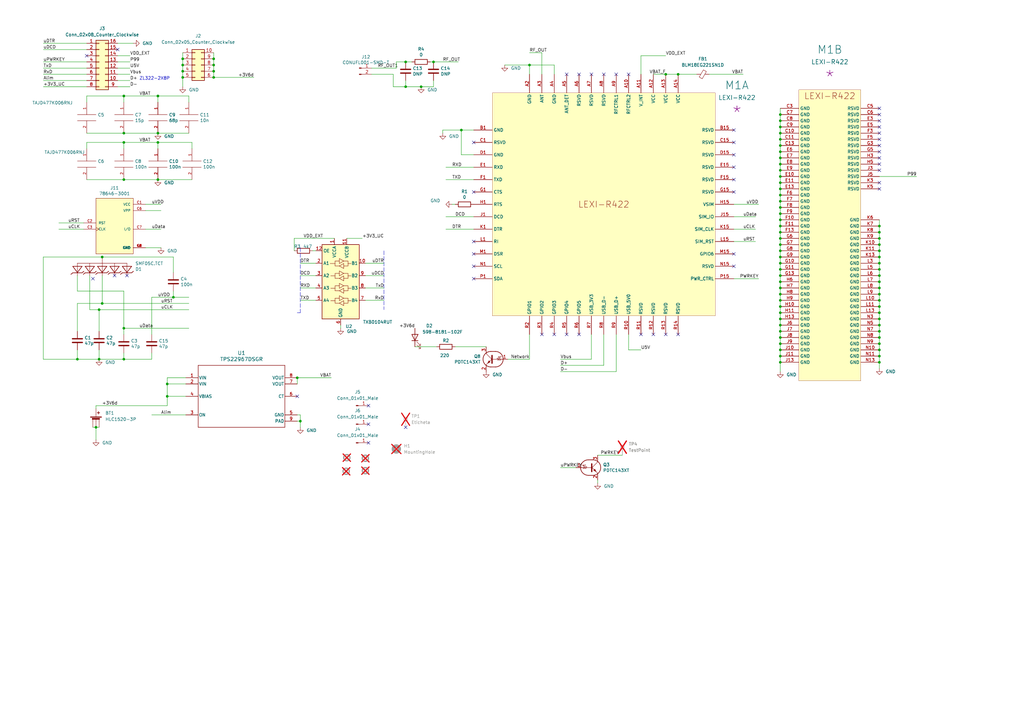
<source format=kicad_sch>
(kicad_sch (version 20231120) (generator "eeschema") (generator_version "8.0")
  (paper "A3")
  (title_block (title "Modem BG95") (rev "4.0") (company "Delta Electronics SRL"))
  (junction (at 320.04 69.85))
  (junction (at 87.63 26.67))
  (junction (at 320.04 123.19))
  (junction (at 68.58 162.56))
  (junction (at 74.93 24.13))
  (junction (at 320.04 87.63))
  (junction (at 320.04 90.17))
  (junction (at 360.68 130.81))
  (junction (at 166.37 25.4))
  (junction (at 64.77 58.42))
  (junction (at 320.04 146.05))
  (junction (at 121.92 154.94))
  (junction (at 273.05 30.48))
  (junction (at 360.68 107.95))
  (junction (at 360.68 100.33))
  (junction (at 41.91 124.46))
  (junction (at 189.23 53.34))
  (junction (at 320.04 140.97))
  (junction (at 320.04 100.33))
  (junction (at 320.04 130.81))
  (junction (at 320.04 135.89))
  (junction (at 50.8 147.32))
  (junction (at 360.68 128.27))
  (junction (at 74.93 29.21))
  (junction (at 68.58 157.48))
  (junction (at 64.77 73.66))
  (junction (at 320.04 46.99))
  (junction (at 360.68 95.25))
  (junction (at 320.04 64.77))
  (junction (at 360.68 140.97))
  (junction (at 320.04 82.55))
  (junction (at 50.8 54.61))
  (junction (at 360.68 113.03))
  (junction (at 123.19 172.72))
  (junction (at 320.04 49.53))
  (junction (at 71.12 121.92))
  (junction (at 41.91 105.41))
  (junction (at 320.04 105.41))
  (junction (at 360.68 102.87))
  (junction (at 320.04 54.61))
  (junction (at 50.8 58.42))
  (junction (at 360.68 148.59))
  (junction (at 177.8 25.4))
  (junction (at 320.04 118.11))
  (junction (at 50.8 73.66))
  (junction (at 320.04 85.09))
  (junction (at 360.68 125.73))
  (junction (at 320.04 57.15))
  (junction (at 74.93 31.75))
  (junction (at 320.04 128.27))
  (junction (at 31.75 147.32))
  (junction (at 320.04 115.57))
  (junction (at 320.04 97.79))
  (junction (at 360.68 110.49))
  (junction (at 172.72 35.56))
  (junction (at 217.17 26.67))
  (junction (at 360.68 135.89))
  (junction (at 320.04 80.01))
  (junction (at 320.04 92.71))
  (junction (at 360.68 118.11))
  (junction (at 87.63 29.21))
  (junction (at 360.68 133.35))
  (junction (at 278.13 30.48))
  (junction (at 87.63 24.13))
  (junction (at 320.04 95.25))
  (junction (at 360.68 115.57))
  (junction (at 320.04 133.35))
  (junction (at 360.68 120.65))
  (junction (at 320.04 59.69))
  (junction (at 320.04 125.73))
  (junction (at 320.04 120.65))
  (junction (at 50.8 39.37))
  (junction (at 360.68 123.19))
  (junction (at 50.8 134.62))
  (junction (at 39.37 175.26))
  (junction (at 64.77 39.37))
  (junction (at 64.77 54.61))
  (junction (at 320.04 113.03))
  (junction (at 40.64 147.32))
  (junction (at 320.04 62.23))
  (junction (at 360.68 97.79))
  (junction (at 360.68 92.71))
  (junction (at 360.68 143.51))
  (junction (at 320.04 52.07))
  (junction (at 320.04 143.51))
  (junction (at 320.04 77.47))
  (junction (at 320.04 148.59))
  (junction (at 320.04 72.39))
  (junction (at 166.37 35.56))
  (junction (at 40.64 127))
  (junction (at 360.68 146.05))
  (junction (at 320.04 102.87))
  (junction (at 360.68 138.43))
  (junction (at 320.04 74.93))
  (junction (at 74.93 26.67))
  (junction (at 320.04 67.31))
  (junction (at 360.68 105.41))
  (junction (at 320.04 138.43))
  (junction (at 87.63 31.75))
  (junction (at 320.04 110.49))
  (junction (at 320.04 107.95))
  (no_connect (at 151.13 181.61))
  (no_connect (at 52.07 113.03))
  (no_connect (at 35.56 22.86))
  (no_connect (at 300.99 58.42))
  (no_connect (at 194.31 78.74))
  (no_connect (at 360.68 67.31))
  (no_connect (at 151.13 166.37))
  (no_connect (at 262.89 137.16))
  (no_connect (at 48.26 20.32))
  (no_connect (at 222.25 137.16))
  (no_connect (at 252.73 30.48))
  (no_connect (at 194.31 104.14))
  (no_connect (at 300.99 63.5))
  (no_connect (at 360.68 54.61))
  (no_connect (at 237.49 30.48))
  (no_connect (at 121.92 162.56))
  (no_connect (at 360.68 49.53))
  (no_connect (at 194.31 58.42))
  (no_connect (at 242.57 30.48))
  (no_connect (at 300.99 73.66))
  (no_connect (at 273.05 137.16))
  (no_connect (at 360.68 44.45))
  (no_connect (at 166.37 175.26))
  (no_connect (at 360.68 77.47))
  (no_connect (at 46.99 113.03))
  (no_connect (at 300.99 68.58))
  (no_connect (at 257.81 30.48))
  (no_connect (at 360.68 62.23))
  (no_connect (at 300.99 104.14))
  (no_connect (at 232.41 30.48))
  (no_connect (at 278.13 137.16))
  (no_connect (at 300.99 109.22))
  (no_connect (at 360.68 57.15))
  (no_connect (at 360.68 74.93))
  (no_connect (at 267.97 137.16))
  (no_connect (at 360.68 69.85))
  (no_connect (at 38.1 114.3))
  (no_connect (at 194.31 109.22))
  (no_connect (at 227.33 137.16))
  (no_connect (at 300.99 53.34))
  (no_connect (at 360.68 64.77))
  (no_connect (at 247.65 30.48))
  (no_connect (at 360.68 46.99))
  (no_connect (at 360.68 52.07))
  (no_connect (at 194.31 99.06))
  (no_connect (at 360.68 59.69))
  (no_connect (at 237.49 137.16))
  (no_connect (at 300.99 78.74))
  (no_connect (at 194.31 114.3))
  (no_connect (at 232.41 137.16))
  (no_connect (at 151.13 173.99))
  (wire (pts (xy 189.23 53.34) (xy 194.31 53.34)))
  (wire (pts (xy 68.58 157.48) (xy 76.2 157.48)))
  (wire (pts (xy 320.04 115.57) (xy 320.04 118.11)))
  (wire (pts (xy 17.78 27.94) (xy 35.56 27.94)))
  (wire (pts (xy 36.83 113.03) (xy 36.83 127)))
  (wire (pts (xy 320.04 80.01) (xy 320.04 82.55)))
  (wire (pts (xy 48.26 35.56) (xy 53.34 35.56)))
  (wire (pts (xy 162.56 25.4) (xy 162.56 27.94)))
  (wire (pts (xy 360.68 113.03) (xy 360.68 115.57)))
  (wire (pts (xy 320.04 140.97) (xy 320.04 143.51)))
  (wire (pts (xy 229.87 152.4) (xy 252.73 152.4)))
  (wire (pts (xy 320.04 52.07) (xy 320.04 54.61)))
  (wire (pts (xy 320.04 146.05) (xy 320.04 148.59)))
  (wire (pts (xy 121.92 154.94) (xy 135.89 154.94)))
  (wire (pts (xy 172.72 35.56) (xy 177.8 35.56)))
  (wire (pts (xy 360.68 92.71) (xy 360.68 95.25)))
  (wire (pts (xy 245.11 196.85) (xy 245.11 198.12)))
  (wire (pts (xy 35.56 58.42) (xy 50.8 58.42)))
  (wire (pts (xy 157.48 107.95) (xy 149.86 107.95)))
  (wire (pts (xy 68.58 157.48) (xy 68.58 154.94)))
  (wire (pts (xy 360.68 123.19) (xy 360.68 125.73)))
  (wire (pts (xy 320.04 64.77) (xy 320.04 67.31)))
  (wire (pts (xy 177.8 33.02) (xy 177.8 35.56)))
  (wire (pts (xy 40.64 143.51) (xy 40.64 147.32)))
  (wire (pts (xy 360.68 107.95) (xy 360.68 110.49)))
  (wire (pts (xy 50.8 39.37) (xy 64.77 39.37)))
  (wire (pts (xy 229.87 149.86) (xy 247.65 149.86)))
  (wire (pts (xy 222.25 30.48) (xy 222.25 21.59)))
  (wire (pts (xy 31.75 147.32) (xy 40.64 147.32)))
  (wire (pts (xy 300.99 99.06) (xy 309.88 99.06)))
  (wire (pts (xy 360.68 72.39) (xy 375.92 72.39)))
  (wire (pts (xy 121.92 172.72) (xy 123.19 172.72)))
  (wire (pts (xy 17.78 147.32) (xy 31.75 147.32)))
  (wire (pts (xy 31.75 143.51) (xy 31.75 147.32)))
  (wire (pts (xy 120.65 97.79) (xy 120.65 102.87)))
  (wire (pts (xy 194.31 93.98) (xy 182.88 93.98)))
  (wire (pts (xy 62.23 137.16) (xy 62.23 121.92)))
  (wire (pts (xy 161.29 35.56) (xy 166.37 35.56)))
  (wire (pts (xy 68.58 154.94) (xy 76.2 154.94)))
  (wire (pts (xy 87.63 24.13) (xy 87.63 26.67)))
  (wire (pts (xy 59.69 86.36) (xy 66.04 86.36)))
  (wire (pts (xy 257.81 137.16) (xy 257.81 143.51)))
  (wire (pts (xy 320.04 54.61) (xy 320.04 57.15)))
  (wire (pts (xy 40.64 127) (xy 77.47 127)))
  (wire (pts (xy 39.37 166.37) (xy 68.58 166.37)))
  (wire (pts (xy 320.04 130.81) (xy 320.04 133.35)))
  (wire (pts (xy 17.78 25.4) (xy 35.56 25.4)))
  (wire (pts (xy 129.54 113.03) (xy 123.19 113.03)))
  (wire (pts (xy 50.8 41.91) (xy 50.8 39.37)))
  (wire (pts (xy 35.56 54.61) (xy 50.8 54.61)))
  (wire (pts (xy 181.61 53.34) (xy 189.23 53.34)))
  (wire (pts (xy 71.12 121.92) (xy 77.47 121.92)))
  (wire (pts (xy 217.17 26.67) (xy 217.17 30.48)))
  (wire (pts (xy 48.26 22.86) (xy 53.34 22.86)))
  (wire (pts (xy 320.04 133.35) (xy 320.04 135.89)))
  (wire (pts (xy 320.04 128.27) (xy 320.04 130.81)))
  (wire (pts (xy 121.92 154.94) (xy 121.92 157.48)))
  (wire (pts (xy 39.37 180.34) (xy 39.37 175.26)))
  (wire (pts (xy 31.75 124.46) (xy 31.75 135.89)))
  (wire (pts (xy 290.83 30.48) (xy 304.8 30.48)))
  (wire (pts (xy 217.17 137.16) (xy 217.17 147.32)))
  (wire (pts (xy 123.19 175.26) (xy 123.19 172.72)))
  (wire (pts (xy 87.63 21.59) (xy 87.63 24.13)))
  (wire (pts (xy 320.04 46.99) (xy 320.04 49.53)))
  (wire (pts (xy 320.04 49.53) (xy 320.04 52.07)))
  (wire (pts (xy 320.04 44.45) (xy 320.04 46.99)))
  (wire (pts (xy 320.04 143.51) (xy 320.04 146.05)))
  (wire (pts (xy 185.42 83.82) (xy 186.69 83.82)))
  (wire (pts (xy 227.33 30.48) (xy 227.33 26.67)))
  (wire (pts (xy 360.68 130.81) (xy 360.68 133.35)))
  (wire (pts (xy 64.77 58.42) (xy 78.74 58.42)))
  (wire (pts (xy 77.47 39.37) (xy 77.47 41.91)))
  (wire (pts (xy 252.73 152.4) (xy 252.73 137.16)))
  (wire (pts (xy 229.87 147.32) (xy 242.57 147.32)))
  (wire (pts (xy 320.04 148.59) (xy 320.04 152.4)))
  (wire (pts (xy 17.78 30.48) (xy 35.56 30.48)))
  (wire (pts (xy 320.04 95.25) (xy 320.04 97.79)))
  (wire (pts (xy 76.2 170.18) (xy 62.23 170.18)))
  (polyline (pts (xy 157.48 102.87) (xy 157.48 127)) (stroke (width 0) (type dash)))
  (wire (pts (xy 35.56 60.96) (xy 35.56 58.42)))
  (wire (pts (xy 59.69 93.98) (xy 66.04 93.98)))
  (wire (pts (xy 35.56 39.37) (xy 50.8 39.37)))
  (wire (pts (xy 35.56 73.66) (xy 50.8 73.66)))
  (wire (pts (xy 123.19 172.72) (xy 123.19 170.18)))
  (wire (pts (xy 320.04 97.79) (xy 320.04 100.33)))
  (wire (pts (xy 48.26 25.4) (xy 53.34 25.4)))
  (wire (pts (xy 217.17 26.67) (xy 207.01 26.67)))
  (wire (pts (xy 360.68 120.65) (xy 360.68 123.19)))
  (wire (pts (xy 194.31 88.9) (xy 182.88 88.9)))
  (wire (pts (xy 273.05 30.48) (xy 278.13 30.48)))
  (wire (pts (xy 189.23 53.34) (xy 189.23 63.5)))
  (wire (pts (xy 320.04 57.15) (xy 320.04 59.69)))
  (wire (pts (xy 139.7 133.35) (xy 139.7 134.62)))
  (wire (pts (xy 50.8 134.62) (xy 77.47 134.62)))
  (wire (pts (xy 48.26 30.48) (xy 53.34 30.48)))
  (wire (pts (xy 320.04 100.33) (xy 320.04 102.87)))
  (wire (pts (xy 320.04 74.93) (xy 320.04 77.47)))
  (wire (pts (xy 217.17 21.59) (xy 222.25 21.59)))
  (wire (pts (xy 262.89 22.86) (xy 273.05 22.86)))
  (wire (pts (xy 300.99 93.98) (xy 309.88 93.98)))
  (wire (pts (xy 360.68 110.49) (xy 360.68 113.03)))
  (wire (pts (xy 267.97 30.48) (xy 273.05 30.48)))
  (wire (pts (xy 35.56 20.32) (xy 17.78 20.32)))
  (wire (pts (xy 123.19 170.18) (xy 121.92 170.18)))
  (wire (pts (xy 62.23 121.92) (xy 71.12 121.92)))
  (wire (pts (xy 320.04 85.09) (xy 320.04 87.63)))
  (wire (pts (xy 320.04 125.73) (xy 320.04 128.27)))
  (wire (pts (xy 320.04 138.43) (xy 320.04 140.97)))
  (wire (pts (xy 320.04 123.19) (xy 320.04 125.73)))
  (wire (pts (xy 360.68 115.57) (xy 360.68 118.11)))
  (wire (pts (xy 123.19 107.95) (xy 129.54 107.95)))
  (wire (pts (xy 189.23 63.5) (xy 194.31 63.5)))
  (wire (pts (xy 257.81 143.51) (xy 262.89 143.51)))
  (wire (pts (xy 166.37 35.56) (xy 172.72 35.56)))
  (wire (pts (xy 64.77 41.91) (xy 64.77 39.37)))
  (wire (pts (xy 242.57 137.16) (xy 242.57 147.32)))
  (wire (pts (xy 41.91 113.03) (xy 41.91 124.46)))
  (wire (pts (xy 64.77 60.96) (xy 64.77 58.42)))
  (wire (pts (xy 39.37 175.26) (xy 40.64 175.26)))
  (wire (pts (xy 360.68 90.17) (xy 360.68 92.71)))
  (wire (pts (xy 17.78 147.32) (xy 17.78 105.41)))
  (wire (pts (xy 87.63 29.21) (xy 87.63 31.75)))
  (wire (pts (xy 87.63 31.75) (xy 104.14 31.75)))
  (wire (pts (xy 177.8 25.4) (xy 187.96 25.4)))
  (wire (pts (xy 129.54 118.11) (xy 123.19 118.11)))
  (wire (pts (xy 34.29 93.98) (xy 24.13 93.98)))
  (wire (pts (xy 236.22 191.77) (xy 229.87 191.77)))
  (wire (pts (xy 50.8 147.32) (xy 62.23 147.32)))
  (wire (pts (xy 40.64 127) (xy 40.64 135.89)))
  (wire (pts (xy 34.29 91.44) (xy 24.13 91.44)))
  (wire (pts (xy 157.48 118.11) (xy 149.86 118.11)))
  (wire (pts (xy 170.18 142.24) (xy 179.07 142.24)))
  (wire (pts (xy 360.68 148.59) (xy 360.68 151.13)))
  (wire (pts (xy 152.4 30.48) (xy 161.29 30.48)))
  (wire (pts (xy 50.8 60.96) (xy 50.8 58.42)))
  (wire (pts (xy 452.12 196.85) (xy 461.01 196.85)))
  (wire (pts (xy 360.68 143.51) (xy 360.68 146.05)))
  (wire (pts (xy 64.77 39.37) (xy 77.47 39.37)))
  (wire (pts (xy 320.04 67.31) (xy 320.04 69.85)))
  (wire (pts (xy 162.56 27.94) (xy 152.4 27.94)))
  (wire (pts (xy 360.68 128.27) (xy 360.68 130.81)))
  (wire (pts (xy 452.12 194.31) (xy 461.01 194.31)))
  (wire (pts (xy 320.04 77.47) (xy 320.04 80.01)))
  (wire (pts (xy 247.65 149.86) (xy 247.65 137.16)))
  (wire (pts (xy 161.29 30.48) (xy 161.29 35.56)))
  (wire (pts (xy 360.68 105.41) (xy 360.68 107.95)))
  (wire (pts (xy 17.78 105.41) (xy 41.91 105.41)))
  (wire (pts (xy 166.37 25.4) (xy 168.91 25.4)))
  (wire (pts (xy 71.12 119.38) (xy 71.12 121.92)))
  (wire (pts (xy 320.04 110.49) (xy 320.04 113.03)))
  (wire (pts (xy 68.58 162.56) (xy 68.58 157.48)))
  (wire (pts (xy 320.04 107.95) (xy 320.04 110.49)))
  (wire (pts (xy 360.68 133.35) (xy 360.68 135.89)))
  (wire (pts (xy 31.75 119.38) (xy 50.8 119.38)))
  (wire (pts (xy 320.04 72.39) (xy 320.04 74.93)))
  (wire (pts (xy 360.68 95.25) (xy 360.68 97.79)))
  (wire (pts (xy 50.8 58.42) (xy 64.77 58.42)))
  (wire (pts (xy 311.15 114.3) (xy 300.99 114.3)))
  (wire (pts (xy 320.04 92.71) (xy 320.04 95.25)))
  (wire (pts (xy 300.99 83.82) (xy 311.15 83.82)))
  (wire (pts (xy 227.33 26.67) (xy 217.17 26.67)))
  (wire (pts (xy 64.77 73.66) (xy 78.74 73.66)))
  (wire (pts (xy 278.13 30.48) (xy 285.75 30.48)))
  (wire (pts (xy 360.68 118.11) (xy 360.68 120.65)))
  (wire (pts (xy 166.37 25.4) (xy 162.56 25.4)))
  (wire (pts (xy 320.04 105.41) (xy 320.04 107.95)))
  (wire (pts (xy 360.68 138.43) (xy 360.68 140.97)))
  (wire (pts (xy 78.74 58.42) (xy 78.74 60.96)))
  (wire (pts (xy 50.8 54.61) (xy 64.77 54.61)))
  (wire (pts (xy 129.54 123.19) (xy 123.19 123.19)))
  (wire (pts (xy 40.64 127) (xy 36.83 127)))
  (wire (pts (xy 320.04 82.55) (xy 320.04 85.09)))
  (wire (pts (xy 320.04 113.03) (xy 320.04 115.57)))
  (wire (pts (xy 62.23 147.32) (xy 62.23 144.78)))
  (wire (pts (xy 320.04 102.87) (xy 320.04 105.41)))
  (wire (pts (xy 77.47 124.46) (xy 41.91 124.46)))
  (wire (pts (xy 59.69 101.6) (xy 66.04 101.6)))
  (wire (pts (xy 176.53 25.4) (xy 177.8 25.4)))
  (wire (pts (xy 48.26 17.78) (xy 54.61 17.78)))
  (wire (pts (xy 74.93 21.59) (xy 74.93 24.13)))
  (wire (pts (xy 157.48 113.03) (xy 149.86 113.03)))
  (wire (pts (xy 320.04 120.65) (xy 320.04 123.19)))
  (wire (pts (xy 48.26 33.02) (xy 53.34 33.02)))
  (wire (pts (xy 48.26 27.94) (xy 53.34 27.94)))
  (wire (pts (xy 74.93 31.75) (xy 74.93 35.56)))
  (wire (pts (xy 59.69 83.82) (xy 66.04 83.82)))
  (wire (pts (xy 50.8 73.66) (xy 64.77 73.66)))
  (wire (pts (xy 74.93 24.13) (xy 74.93 26.67)))
  (wire (pts (xy 74.93 29.21) (xy 74.93 31.75)))
  (wire (pts (xy 194.31 68.58) (xy 182.88 68.58)))
  (wire (pts (xy 128.27 102.87) (xy 129.54 102.87)))
  (wire (pts (xy 87.63 26.67) (xy 87.63 29.21)))
  (wire (pts (xy 245.11 186.69) (xy 255.27 186.69)))
  (wire (pts (xy 181.61 54.61) (xy 181.61 53.34)))
  (wire (pts (xy 41.91 124.46) (xy 31.75 124.46)))
  (wire (pts (xy 41.91 105.41) (xy 71.12 105.41)))
  (wire (pts (xy 194.31 73.66) (xy 182.88 73.66)))
  (wire (pts (xy 64.77 54.61) (xy 77.47 54.61)))
  (wire (pts (xy 320.04 62.23) (xy 320.04 64.77)))
  (wire (pts (xy 360.68 102.87) (xy 360.68 105.41)))
  (wire (pts (xy 68.58 162.56) (xy 76.2 162.56)))
  (wire (pts (xy 360.68 140.97) (xy 360.68 143.51)))
  (wire (pts (xy 320.04 87.63) (xy 320.04 90.17)))
  (wire (pts (xy 320.04 90.17) (xy 320.04 92.71)))
  (wire (pts (xy 199.39 142.24) (xy 186.69 142.24)))
  (wire (pts (xy 217.17 147.32) (xy 208.28 147.32)))
  (wire (pts (xy 31.75 113.03) (xy 31.75 119.38)))
  (wire (pts (xy 157.48 123.19) (xy 149.86 123.19)))
  (wire (pts (xy 50.8 119.38) (xy 50.8 134.62)))
  (wire (pts (xy 360.68 146.05) (xy 360.68 148.59)))
  (polyline (pts (xy 121.92 128.27) (xy 123.19 128.27)) (stroke (width 0) (type dash)))
  (wire (pts (xy 262.89 30.48) (xy 262.89 22.86)))
  (wire (pts (xy 120.65 97.79) (xy 137.16 97.79)))
  (wire (pts (xy 360.68 135.89) (xy 360.68 138.43)))
  (wire (pts (xy 360.68 125.73) (xy 360.68 128.27)))
  (wire (pts (xy 40.64 147.32) (xy 50.8 147.32)))
  (wire (pts (xy 71.12 105.41) (xy 71.12 111.76)))
  (wire (pts (xy 360.68 97.79) (xy 360.68 100.33)))
  (wire (pts (xy 166.37 35.56) (xy 166.37 33.02)))
  (wire (pts (xy 50.8 144.78) (xy 50.8 147.32)))
  (wire (pts (xy 38.1 175.26) (xy 39.37 175.26)))
  (wire (pts (xy 320.04 59.69) (xy 320.04 62.23)))
  (wire (pts (xy 68.58 166.37) (xy 68.58 162.56)))
  (polyline (pts (xy 123.19 101.6) (xy 123.19 128.27)) (stroke (width 0) (type dash)))
  (wire (pts (xy 17.78 33.02) (xy 35.56 33.02)))
  (wire (pts (xy 360.68 100.33) (xy 360.68 102.87)))
  (wire (pts (xy 39.37 166.37) (xy 39.37 167.64)))
  (wire (pts (xy 50.8 134.62) (xy 50.8 137.16)))
  (wire (pts (xy 320.04 118.11) (xy 320.04 120.65)))
  (wire (pts (xy 300.99 88.9) (xy 309.88 88.9)))
  (wire (pts (xy 142.24 97.79) (xy 148.59 97.79)))
  (wire (pts (xy 320.04 135.89) (xy 320.04 138.43)))
  (wire (pts (xy 35.56 41.91) (xy 35.56 39.37)))
  (wire (pts (xy 74.93 26.67) (xy 74.93 29.21)))
  (wire (pts (xy 35.56 35.56) (xy 17.78 35.56)))
  (wire (pts (xy 35.56 17.78) (xy 17.78 17.78)))
  (wire (pts (xy 320.04 69.85) (xy 320.04 72.39)))
  (text "ZL322-2X8P" (at 57.15 33.02 0) (effects (font (size 1.27 1.27)) (justify left bottom)))
  (label "uDCD" (at 17.78 20.32 0))
  (label "VBAT" (at 57.15 39.37 0))
  (label "D+" (at 53.34 33.02 0))
  (label "+3V6d" (at 104.14 31.75 180))
  (label "VDD_EXT" (at 124.46 97.79 0))
  (label "U5V" (at 262.89 143.51 0))
  (label "TXD" (at 185.42 73.66 0))
  (label "+3V3_UC" (at 148.59 97.79 0))
  (label "DCD" (at 123.19 113.03 0))
  (label "RF_OUT" (at 217.17 21.59 0))
  (label "PWRKEY" (at 254 186.69 180))
  (label "uData" (at 62.23 93.98 0))
  (label "uDTR" (at 157.48 107.95 180))
  (label "uVDD" (at 62.23 83.82 0))
  (label "uVDD" (at 306.07 83.82 0))
  (label "VBAT" (at 304.8 30.48 180))
  (label "T" (at 452.12 196.85 0))
  (label "D-" (at 53.34 35.56 0))
  (label "PWRKEY" (at 311.15 114.3 180))
  (label "VBAT" (at 57.15 58.42 0))
  (label "uRST" (at 304.8 99.06 0))
  (label "Vbus" (at 229.87 147.32 0))
  (label "uDCD" (at 157.48 113.03 180))
  (label "Alim" (at 66.04 170.18 0))
  (label "RxD" (at 157.48 123.19 180))
  (label "DTR" (at 123.19 107.95 0))
  (label "+3V3_UC" (at 17.78 35.56 0))
  (label "Alim" (at 17.78 33.02 0))
  (label "DCD" (at 186.69 88.9 0))
  (label "D+" (at 229.87 149.86 0))
  (label "Vbus" (at 53.34 30.48 0))
  (label "U5V" (at 53.34 27.94 0))
  (label "uPWRKEY" (at 17.78 25.4 0))
  (label "R" (at 452.12 194.31 0))
  (label "RXD" (at 185.42 68.58 0))
  (label "VBAT" (at 135.89 154.94 180))
  (label "uCLK" (at 27.94 93.98 0))
  (label "RxD" (at 17.78 30.48 0))
  (label "RF_OUT1" (at 154.94 27.94 0))
  (label "Network" (at 209.55 147.32 0))
  (label "uVDD" (at 64.77 121.92 0))
  (label "DTR" (at 185.42 93.98 0))
  (label "uRST" (at 27.94 91.44 0))
  (label "uPWRKEY" (at 229.87 191.77 0))
  (label "+3V6d" (at 48.26 166.37 180))
  (label "VBAT_F" (at 273.05 30.48 180))
  (label "uRST" (at 66.04 124.46 0))
  (label "uCLK" (at 304.8 93.98 0))
  (label "+3V6d" (at 170.18 134.62 180))
  (label "VDD_EXT" (at 273.05 22.86 0))
  (label "D-" (at 229.87 152.4 0))
  (label "VDD_EXT" (at 53.34 22.86 0))
  (label "uData" (at 57.15 134.62 0))
  (label "RXD" (at 123.19 118.11 0))
  (label "RF_OUT" (at 181.61 25.4 0))
  (label "TxD" (at 17.78 27.94 0))
  (label "TxD" (at 157.48 118.11 180))
  (label "uData" (at 304.8 88.9 0))
  (label "uDTR" (at 17.78 17.78 0))
  (label "P99" (at 53.34 25.4 0))
  (label "uCLK" (at 66.04 127 0))
  (label "TXD" (at 123.19 123.19 0))
  (label "P99" (at 375.92 72.39 180))
  (symbol (lib_id "Transistor_BJT:DTC143T") (at 201.93 147.32 0) (mirror y) (unit 1)
    (property "Reference" "Q8" (at 197.1548 146.1516 0) (effects (justify left)))
    (property "Value" "PDTC143XT" (at 197.1548 148.463 0) (effects (justify left)))
    (property "Footprint" "Package_TO_SOT_SMD:SOT-23" (effects (hide yes)))
    (property "VTPN" "4500-00010-00" (effects (hide yes)))
  )
  (symbol (lib_id "SMF05C:SMF05C") (at 44.45 110.49 180) (unit 1)
    (property "Reference" "D1" (at 55.4736 110.3884 0) (effects (justify right)))
    (property "Value" "SMF05C.TCT" (at 55.4736 108.077 0) (effects (justify right)))
    (property "Footprint" "Diode_SMD:SC70-6" (effects (hide yes)))
    (property "VTPN" "4724-00010-00" (effects (hide yes)))
  )
  (symbol (lib_id "Device:C") (at 31.75 139.7 0) (unit 1)
    (property "Reference" "C1" (at 34.671 138.5316 0) (effects (justify left)))
    (property "Value" "47p" (at 34.671 140.843 0) (effects (justify left)))
    (property "Footprint" "Capacitor_SMD:C_0603_1608Metric" (effects (hide yes)))
    (property "VTPN" "4106-00080-00" (effects (hide yes)))
  )
  (symbol (lib_id "Device:C") (at 40.64 139.7 0) (unit 1)
    (property "Reference" "C2" (at 43.561 138.5316 0) (effects (justify left)))
    (property "Value" "47p" (at 43.561 140.843 0) (effects (justify left)))
    (property "Footprint" "Capacitor_SMD:C_0603_1608Metric" (effects (hide yes)))
    (property "VTPN" "4106-00080-00" (effects (hide yes)))
  )
  (symbol (lib_id "Device:C") (at 50.8 140.97 0) (unit 1)
    (property "Reference" "C3" (at 53.721 139.8016 0) (effects (justify left)))
    (property "Value" "47p" (at 53.721 142.113 0) (effects (justify left)))
    (property "Footprint" "Capacitor_SMD:C_0603_1608Metric" (effects (hide yes)))
    (property "VTPN" "4106-00080-00" (effects (hide yes)))
  )
  (symbol (lib_id "Device:C") (at 71.12 115.57 0) (unit 1)
    (property "Reference" "C4" (at 74.041 114.4016 0) (effects (justify left)))
    (property "Value" "100n" (at 74.041 116.713 0) (effects (justify left)))
    (property "Footprint" "Capacitor_SMD:C_0603_1608Metric" (effects (hide yes)))
    (property "VTPN" "4106-00020-00" (effects (hide yes)))
  )
  (symbol (lib_id "pspice:CAP") (at 35.56 48.26 0) (unit 1)
    (property "Reference" "C5" (at 40.0812 47.0916 0) (effects (justify left)))
    (property "Value" "TAJD477K006RNJ" (at 13.208 42.164 0) (effects (justify left)))
    (property "Footprint" "Capacitor_Tantalum_SMD:CP_EIA-7361-38_AVX-V_Pad2.18x3.30mm_HandSolder" (effects (hide yes)))
    (property "VTPN" "4128-00100-00" (effects (hide yes)))
  )
  (symbol (lib_id "pspice:CAP") (at 50.8 48.26 0) (unit 1)
    (property "Reference" "C7" (at 55.3212 47.0916 0) (effects (justify left)))
    (property "Value" "15p" (at 55.3212 49.403 0) (effects (justify left)))
    (property "Footprint" "Capacitor_SMD:C_0603_1608Metric" (effects (hide yes)))
    (property "VTPN" "4106-00070-00" (effects (hide yes)))
  )
  (symbol (lib_id "pspice:CAP") (at 64.77 48.26 0) (unit 1)
    (property "Reference" "C9" (at 69.2912 47.0916 0) (effects (justify left)))
    (property "Value" "68p" (at 69.2912 49.403 0) (effects (justify left)))
    (property "Footprint" "Capacitor_SMD:C_0603_1608Metric" (effects (hide yes)))
    (property "VTPN" "4106-00060-00" (effects (hide yes)))
  )
  (symbol (lib_id "pspice:CAP") (at 77.47 48.26 0) (unit 1)
    (property "Reference" "C11" (at 81.9912 47.0916 0) (effects (justify left)))
    (property "Value" "10n" (at 81.9912 49.403 0) (effects (justify left)))
    (property "Footprint" "Capacitor_SMD:C_0603_1608Metric" (effects (hide yes)))
    (property "VTPN" "4106-00015-00" (effects (hide yes)))
  )
  (symbol (lib_id "pspice:CAP") (at 35.56 67.31 0) (unit 1)
    (property "Reference" "C6" (at 40.0812 66.1416 0) (effects (justify left)))
    (property "Value" "TAJD477K006RNJ" (at 18.1864 62.4332 0) (effects (justify left)))
    (property "Footprint" "Capacitor_Tantalum_SMD:CP_EIA-7361-38_AVX-V_Pad2.18x3.30mm_HandSolder" (effects (hide yes)))
    (property "VTPN" "4128-00100-00" (effects (hide yes)))
  )
  (symbol (lib_id "pspice:CAP") (at 50.8 67.31 0) (unit 1)
    (property "Reference" "C8" (at 55.3212 66.1416 0) (effects (justify left)))
    (property "Value" "100n" (at 55.3212 68.453 0) (effects (justify left)))
    (property "Footprint" "Capacitor_SMD:C_0603_1608Metric" (effects (hide yes)))
    (property "VTPN" "4106-00020-00" (effects (hide yes)))
  )
  (symbol (lib_id "pspice:CAP") (at 64.77 67.31 0) (unit 1)
    (property "Reference" "C10" (at 69.2912 66.1416 0) (effects (justify left)))
    (property "Value" "100n" (at 69.2912 68.453 0) (effects (justify left)))
    (property "Footprint" "Capacitor_SMD:C_0603_1608Metric" (effects (hide yes)))
    (property "VTPN" "4106-00020-00" (effects (hide yes)))
  )
  (symbol (lib_id "pspice:CAP") (at 78.74 67.31 0) (unit 1)
    (property "Reference" "C12" (at 83.2612 66.1416 0) (effects (justify left)))
    (property "Value" "100n" (at 83.2612 68.453 0) (effects (justify left)))
    (property "Footprint" "Capacitor_SMD:C_0603_1608Metric" (effects (hide yes)))
    (property "VTPN" "4106-00020-00" (effects (hide yes)))
  )
  (symbol (lib_id "Connector:Conn_01x02_Male") (at 147.32 27.94 0) (unit 1)
    (property "Reference" "J12" (at 150.0632 23.3426 0))
    (property "Value" "CONUFL001-SMD-T" (at 150.0632 25.654 0))
    (property "Footprint" "Connector_Coaxial:U.FL_Molex_MCRF_73412-0110_Vertical" (effects (hide yes)))
    (property "VTPN" "4416-00010-00" (effects (hide yes)))
  )
  (symbol (lib_id "SimSocketMolex:78646-3001") (at 46.99 91.44 0) (unit 1)
    (property "Reference" "J11" (at 46.99 77.089 0))
    (property "Value" "78646-3001" (at 46.99 79.4004 0))
    (property "Footprint" "Connector_Molex:MOLEX_78646-3001" (effects (hide yes)))
    (property "DESCRIPTION" "Conn Micro SIM Card SKT 6 POS 2.54mm Solder RA SMD 0.5A/Contact Embossed T/R" (effects (hide yes)))
    (property "PACKAGE" "None" (effects (hide yes)))
    (property "MF" "Molex" (effects (hide yes)))
    (property "DIGI-KEY_PART_NUMBER" "WM9364CT-ND" (effects (hide yes)))
    (property "DIGI-KEY_PURCHASE_URL" "https://www.digikey.in/product-detail/en/molex/0786463001/WM9364CT-ND/3770350?utm_source=snapeda&utm_medium=aggregator&utm_campaign=symbol" (effects (hide yes)))
    (property "MP" "78646-3001" (effects (hide yes)))
    (property "VTPN" "4414-00020-00" (effects (hide yes)))
  )
  (symbol (lib_id "Device:C") (at 62.23 140.97 0) (unit 1)
    (property "Reference" "C15" (at 65.151 139.8016 0) (effects (justify left)))
    (property "Value" "47p" (at 65.151 142.113 0) (effects (justify left)))
    (property "Footprint" "Capacitor_SMD:C_0603_1608Metric" (effects (hide yes)))
    (property "VTPN" "4106-00080-00" (effects (hide yes)))
  )
  (symbol (lib_id "Regulator_SwitchedCapacitor:TPS22967DSGR") (at 99.06 162.56 0) (unit 1)
    (property "Reference" "U1" (at 99.06 144.78 0) (effects (font (size 1.524 1.524))))
    (property "Value" "TPS22967DSGR" (at 99.06 147.32 0) (effects (font (size 1.524 1.524))))
    (property "Footprint" "Package_SON:WSON-8-1EP_2x2mm_P0.5mm_EP0.9x1.6mm_ThermalVias" (effects (hide yes)))
    (property "Datasheet" "TPS22967DSGR" (effects (hide yes)))
    (property "VTPN" "4702-01010-00" (effects (hide yes)))
  )
  (symbol (lib_id "Device:LED") (at 170.18 138.43 90) (unit 1)
    (property "Reference" "D2" (at 174.752 133.604 90) (effects (justify right)))
    (property "Value" "598-8181-102F" (at 173.228 136.144 90) (effects (justify right)))
    (property "Footprint" "LED_SMD:LED_0805_2012Metric" (effects (hide yes)))
    (property "Description" "Light emitting diode" (effects (hide yes)))
    (property "VTPN" "4752-01010-00" (effects (hide yes)))
  )
  (symbol (lib_id "Device:R") (at 190.5 83.82 90) (unit 1)
    (property "Reference" "R1" (at 190.5 78.5622 90))
    (property "Value" "0" (at 190.5 80.8736 90))
    (property "Footprint" "Resistor_SMD:R_0603_1608Metric" (effects (hide yes)))
    (property "VTPN" "4006-00001-00" (effects (hide yes)))
  )
  (symbol (lib_id "Device:R") (at 182.88 142.24 90) (unit 1)
    (property "Reference" "R2" (at 182.88 139.7 90))
    (property "Value" "220" (at 182.372 145.796 90))
    (property "Footprint" "Resistor_SMD:R_0603_1608Metric" (effects (hide yes)))
    (property "VTPN" "4006-00020-00" (effects (hide yes)))
  )
  (symbol (lib_id "power:GND") (at 139.7 134.62 0) (mirror y) (unit 1)
    (property "Reference" "#PWR013" (effects (hide yes)))
    (property "Value" "GND" (at 142.24 135.8899 0) (effects (justify right)))
  )
  (symbol (lib_id "Lexi:LEXI-R422") (at 327.66 36.83 0) (unit 2)
    (property "Reference" "M1" (at 340.36 20.32 0) (effects (font (size 3.2766 3.2766))))
    (property "Value" "LEXI-R422" (at 340.36 25.4 0) (effects (font (size 1.8288 1.8288))))
    (property "Footprint" "ublox:LEXI" (effects (hide yes)))
    (property "Description" "u-blox LEXI-R422 modules, a complete and cost-efficient solution offering multi-band LTE-M / NB-IoT / EGPRS data transmissions for low power wide area solutions in the ultra-compact LEXI form factor." (effects (hide yes)))
    (property "Manufacturer P/N" "*" (at 340.36 31.75 0) (effects (font (size 5.4864 5.4864))))
    (property "VTPN" "4716-00020-00" (effects (hide yes)))
  )
  (symbol (lib_id "power:GND") (at 172.72 35.56 0) (mirror y) (unit 1)
    (property "Reference" "#PWR010" (effects (hide yes)))
    (property "Value" "GND" (at 175.26 36.8299 0) (effects (justify right)))
  )
  (symbol (lib_id "power:GND") (at 40.64 147.32 0) (mirror y) (unit 1)
    (property "Reference" "#PWR08" (effects (hide yes)))
    (property "Value" "GND" (at 43.18 148.5899 0) (effects (justify right)))
  )
  (symbol (lib_id "Device:FerriteBead_Small") (at 288.29 30.48 90) (unit 1)
    (property "Reference" "FB1" (at 288.2519 24.13 90))
    (property "Value" "BLM18EG221SN1D" (at 288.2519 26.67 90))
    (property "Footprint" "Inductor_SMD:L_Walsin_WLFM201209x" (effects (hide yes)))
    (property "Description" "Ferrite bead, small symbol" (effects (hide yes)))
    (property "VTPN" "4300-01010-00" (effects (hide yes)))
  )
  (symbol (lib_id "Device:R") (at 124.46 102.87 90) (unit 1)
    (property "Reference" "R3" (at 123.2916 101.092 90) (effects (justify left)))
    (property "Value" "4k7" (at 128.016 101.092 90) (effects (justify left)))
    (property "Footprint" "Resistor_SMD:R_0603_1608Metric" (effects (hide yes)))
    (property "VTPN" "4006-00150-00" (effects (hide yes)))
  )
  (symbol (lib_id "power:GND") (at 207.01 26.67 0) (mirror y) (unit 1)
    (property "Reference" "#PWR06" (effects (hide yes)))
    (property "Value" "GND" (at 209.55 27.9399 0) (effects (justify right)))
  )
  (symbol (lib_id "Mechanical:Fiducial") (at 149.86 193.04 0) (unit 1) (dnp yes)
    (property "Reference" "FID4" (effects (hide yes)))
    (property "Value" "Fiducial" (effects (hide yes)))
    (property "Footprint" "Fiducial:Fiducial_1mm_Mask2mm" (effects (hide yes)))
    (property "VTPN" "4000-00000-00" (effects (hide yes)))
  )
  (symbol (lib_id "Device:R") (at 172.72 25.4 90) (unit 1)
    (property "Reference" "R4" (at 172.72 20.1422 90))
    (property "Value" "0" (at 172.72 22.4536 90))
    (property "Footprint" "Resistor_SMD:R_0603_1608Metric" (effects (hide yes)))
    (property "VTPN" "4006-00001-00" (effects (hide yes)))
  )
  (symbol (lib_id "Connector:Conn_01x01_Male") (at 146.05 173.99 0) (unit 1)
    (property "Reference" "J6" (at 146.685 168.402 0))
    (property "Value" "Conn_01x01_Male" (at 146.685 170.942 0))
    (property "Footprint" "TestPoint:TestPoint_Pad_5.1x5.1mm" (effects (hide yes)))
    (property "VTPN" "4753-00010-00" (effects (hide yes)))
  )
  (symbol (lib_id "Transistor_BJT:DTC143T") (at 242.57 191.77 0) (unit 1)
    (property "Reference" "Q3" (at 247.3452 190.6016 0) (effects (justify left)))
    (property "Value" "PDTC143XT" (at 247.3452 192.913 0) (effects (justify left)))
    (property "Footprint" "Package_TO_SOT_SMD:SOT-23" (effects (hide yes)))
    (property "VTPN" "4500-00010-00" (effects (hide yes)))
  )
  (symbol (lib_id "Mechanical:Fiducial") (at 141.986 193.294 0) (unit 1) (dnp yes)
    (property "Reference" "FID1" (effects (hide yes)))
    (property "Value" "Fiducial" (effects (hide yes)))
    (property "Footprint" "Fiducial:Fiducial_1mm_Mask2mm" (effects (hide yes)))
    (property "VTPN" "4000-00000-00" (effects (hide yes)))
  )
  (symbol (lib_id "Mechanical:Fiducial") (at 142.24 187.706 0) (unit 1) (dnp yes)
    (property "Reference" "FID2" (effects (hide yes)))
    (property "Value" "Fiducial" (effects (hide yes)))
    (property "Footprint" "Fiducial:Fiducial_1mm_Mask2mm" (effects (hide yes)))
    (property "VTPN" "4000-00000-00" (effects (hide yes)))
  )
  (symbol (lib_id "Lexi:LEXI-R422") (at 201.93 38.1 0) (unit 1)
    (property "Reference" "M1" (at 302.26 34.9564 0) (effects (font (size 3.2766 3.2766))))
    (property "Value" "LEXI-R422" (at 302.26 40.0364 0) (effects (font (size 1.8288 1.8288))))
    (property "Footprint" "ublox:LEXI" (effects (hide yes)))
    (property "Description" "u-blox LEXI-R422 modules, a complete and cost-efficient solution offering multi-band LTE-M / NB-IoT / EGPRS data transmissions for low power wide area solutions in the ultra-compact LEXI form factor." (effects (hide yes)))
    (property "Manufacturer P/N" "*" (at 302.26 46.3865 0) (effects (font (size 5.4864 5.4864))))
    (property "VTPN" "4716-00020-00" (effects (hide yes)))
  )
  (symbol (lib_id "power:GND") (at 181.61 54.61 0) (mirror y) (unit 1)
    (property "Reference" "#PWR05" (effects (hide yes)))
    (property "Value" "GND" (at 184.15 55.8799 0) (effects (justify right)))
  )
  (symbol (lib_id "power:GND") (at 54.61 17.78 90) (mirror x) (unit 1)
    (property "Reference" "#PWR02" (effects (hide yes)))
    (property "Value" "GND" (at 58.42 17.7799 90) (effects (justify right)))
  )
  (symbol (lib_id "power:GND") (at 64.77 73.66 0) (mirror y) (unit 1)
    (property "Reference" "#PWR015" (effects (hide yes)))
    (property "Value" "GND" (at 67.31 74.9299 0) (effects (justify right)))
  )
  (symbol (lib_id "Connector_Generic:Conn_02x05_Counter_Clockwise") (at 80.01 26.67 0) (unit 1)
    (property "Reference" "J2" (at 81.28 14.732 0))
    (property "Value" "Conn_02x05_Counter_Clockwise" (at 81.28 17.272 0))
    (property "Footprint" "Connector_PinHeader_2.54mm:PinHeader_2x05_P2.54mm_Vertical_SMD_MOD" (effects (hide yes)))
    (property "VTPN" "4402-00020-00" (effects (hide yes)))
  )
  (symbol (lib_id "Connector:Conn_01x01_Male") (at 146.05 181.61 0) (unit 1)
    (property "Reference" "J4" (at 146.685 176.022 0))
    (property "Value" "Conn_01x01_Male" (at 146.685 178.562 0))
    (property "Footprint" "TestPoint:TestPoint_Pad_5.1x5.1mm" (effects (hide yes)))
    (property "VTPN" "4753-00010-00" (effects (hide yes)))
  )
  (symbol (lib_id "Device:C") (at 166.37 29.21 0) (unit 1)
    (property "Reference" "C13" (at 169.291 28.0416 0) (effects (justify left)))
    (property "Value" "DNP" (at 169.291 30.353 0) (effects (justify left)))
    (property "Footprint" "Capacitor_SMD:C_0603_1608Metric" (effects (hide yes)))
    (property "VTPN" "4106-00000-00" (effects (hide yes)))
  )
  (symbol (lib_id "power:GND") (at 320.04 152.4 0) (mirror y) (unit 1)
    (property "Reference" "#PWR03" (effects (hide yes)))
    (property "Value" "GND" (at 322.58 153.6699 0) (effects (justify right)))
  )
  (symbol (lib_id "Mechanical:MountingHole") (at 162.56 184.15 0) (unit 1) (dnp yes)
    (property "Reference" "H1" (at 165.608 182.8799 0) (effects (justify left)))
    (property "Value" "MountingHole" (at 165.608 185.4199 0) (effects (justify left)))
    (property "Footprint" "MountingHole:MountingHole_2.5mm  Simpla" (effects (hide yes)))
    (property "VTPN" "4000-00000-00" (effects (hide yes)))
  )
  (symbol (lib_id "Connector:TestPoint") (at 255.27 186.69 0) (unit 1) (dnp yes)
    (property "Reference" "TP4" (at 257.81 182.1179 0) (effects (justify left)))
    (property "Value" "TestPoint" (at 257.81 184.6579 0) (effects (justify left)))
    (property "Footprint" "TestPoint:TestPoint_Pad_D1.5mm" (effects (hide yes)))
    (property "Description" "test point" (effects (hide yes)))
    (property "VTPN" "4000-00000-00" (effects (hide yes)))
  )
  (symbol (lib_id "power:GND") (at 185.42 83.82 270) (mirror x) (unit 1)
    (property "Reference" "#PWR017" (effects (hide yes)))
    (property "Value" "GND" (at 180.594 82.296 90) (effects (justify right)))
  )
  (symbol (lib_id "power:GND") (at 66.04 101.6 0) (mirror y) (unit 1)
    (property "Reference" "#PWR07" (effects (hide yes)))
    (property "Value" "GND" (at 68.58 102.8699 0) (effects (justify right)))
  )
  (symbol (lib_id "power:GND") (at 360.68 151.13 0) (mirror y) (unit 1)
    (property "Reference" "#PWR04" (effects (hide yes)))
    (property "Value" "GND" (at 363.22 152.3999 0) (effects (justify right)))
  )
  (symbol (lib_id "Logic_LevelTranslator:TXB0104RUT") (at 139.7 115.57 0) (unit 1)
    (property "Reference" "U2" (at 141.7194 133.858 0) (effects (justify left)))
    (property "Value" "TXB0104RUT" (at 148.844 132.08 0) (effects (justify left)))
    (property "Footprint" "Package_DFN_QFN:Texas_R_PUQFN-N12" (effects (hide yes)))
    (property "Datasheet" "http://www.ti.com/lit/ds/symlink/txb0104.pdf" (effects (hide yes)))
    (property "VTPN" "4702-00010-00" (effects (hide yes)))
  )
  (symbol (lib_id "Device:C") (at 177.8 29.21 0) (unit 1)
    (property "Reference" "C14" (at 180.721 28.0416 0) (effects (justify left)))
    (property "Value" "DNP" (at 180.721 30.353 0) (effects (justify left)))
    (property "Footprint" "Capacitor_SMD:C_0603_1608Metric" (effects (hide yes)))
    (property "VTPN" "4106-00000-00" (effects (hide yes)))
  )
  (symbol (lib_id "Connector:TestPoint") (at 166.37 175.26 0) (unit 1) (dnp yes)
    (property "Reference" "TP1" (at 168.656 170.6879 0) (effects (justify left)))
    (property "Value" "Eticheta" (at 168.656 173.2279 0) (effects (justify left)))
    (property "Footprint" "Symbol:Eticheta" (effects (hide yes)))
    (property "VTPN" "4000-00000-00" (effects (hide yes)))
  )
  (symbol (lib_id "power:GND") (at 39.37 180.34 0) (mirror y) (unit 1)
    (property "Reference" "#PWR09" (effects (hide yes)))
    (property "Value" "GND" (at 41.91 181.6099 0) (effects (justify right)))
  )
  (symbol (lib_id "Device:HLC1520-3P") (at 39.37 172.72 0) (unit 1)
    (property "Reference" "BT1" (at 43.18 169.4179 0) (effects (justify left)))
    (property "Value" "HLC1520-3P" (at 43.18 171.9579 0) (effects (justify left)))
    (property "Footprint" "Battery:HLC1520-3P" (effects (hide yes)))
    (property "VTPN" "4200-00020-00" (effects (hide yes)))
  )
  (symbol (lib_id "power:GND") (at 245.11 198.12 0) (mirror y) (unit 1)
    (property "Reference" "#PWR012" (effects (hide yes)))
    (property "Value" "GND" (at 247.65 199.3899 0) (effects (justify right)))
  )
  (symbol (lib_id "Mechanical:Fiducial") (at 149.86 187.96 0) (unit 1) (dnp yes)
    (property "Reference" "FID3" (effects (hide yes)))
    (property "Value" "Fiducial" (effects (hide yes)))
    (property "Footprint" "Fiducial:Fiducial_1mm_Mask2mm" (effects (hide yes)))
    (property "VTPN" "4000-00000-00" (effects (hide yes)))
  )
  (symbol (lib_id "power:GND") (at 199.39 152.4 0) (mirror y) (unit 1)
    (property "Reference" "#PWR011" (effects (hide yes)))
    (property "Value" "GND" (at 201.93 153.6699 0) (effects (justify right)))
  )
  (symbol (lib_id "Connector_Generic:Conn_02x08_Counter_Clockwise") (at 40.64 25.4 0) (unit 1)
    (property "Reference" "J3" (at 41.91 11.684 0))
    (property "Value" "Conn_02x08_Counter_Clockwise" (at 41.91 14.224 0))
    (property "Footprint" "Connector_PinHeader_2.54mm:PinHeader_2x08_P2.54mm_Vertical_SMD_MOD" (effects (hide yes)))
    (property "VTPN" "4402-00030-00" (effects (hide yes)))
  )
  (symbol (lib_id "Connector:Conn_01x01_Male") (at 146.05 166.37 0) (unit 1)
    (property "Reference" "J5" (at 146.685 160.782 0))
    (property "Value" "Conn_01x01_Male" (at 146.685 163.322 0))
    (property "Footprint" "TestPoint:TestPoint_Pad_5.1x5.1mm" (effects (hide yes)))
    (property "VTPN" "4753-00010-00" (effects (hide yes)))
  )
  (symbol (lib_id "power:GND") (at 64.77 54.61 0) (mirror y) (unit 1)
    (property "Reference" "#PWR014" (effects (hide yes)))
    (property "Value" "GND" (at 67.31 55.8799 0) (effects (justify right)))
  )
  (symbol (lib_id "power:GND") (at 123.19 175.26 0) (mirror y) (unit 1)
    (property "Reference" "#PWR016" (effects (hide yes)))
    (property "Value" "GND" (at 125.73 176.5299 0) (effects (justify right)))
  )
  (symbol (lib_id "power:GND") (at 74.93 35.56 0) (mirror y) (unit 1)
    (property "Reference" "#PWR01" (effects (hide yes)))
    (property "Value" "GND" (at 77.47 36.8299 0) (effects (justify right)))
  )
)
</source>
